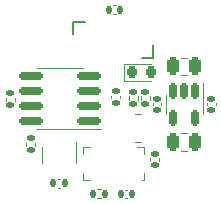
<source format=gto>
%TF.GenerationSoftware,KiCad,Pcbnew,(6.0.7)*%
%TF.CreationDate,2022-11-15T15:07:51+01:00*%
%TF.ProjectId,tofncan,746f666e-6361-46e2-9e6b-696361645f70,rev?*%
%TF.SameCoordinates,Original*%
%TF.FileFunction,Legend,Top*%
%TF.FilePolarity,Positive*%
%FSLAX46Y46*%
G04 Gerber Fmt 4.6, Leading zero omitted, Abs format (unit mm)*
G04 Created by KiCad (PCBNEW (6.0.7)) date 2022-11-15 15:07:51*
%MOMM*%
%LPD*%
G01*
G04 APERTURE LIST*
G04 Aperture macros list*
%AMRoundRect*
0 Rectangle with rounded corners*
0 $1 Rounding radius*
0 $2 $3 $4 $5 $6 $7 $8 $9 X,Y pos of 4 corners*
0 Add a 4 corners polygon primitive as box body*
4,1,4,$2,$3,$4,$5,$6,$7,$8,$9,$2,$3,0*
0 Add four circle primitives for the rounded corners*
1,1,$1+$1,$2,$3*
1,1,$1+$1,$4,$5*
1,1,$1+$1,$6,$7*
1,1,$1+$1,$8,$9*
0 Add four rect primitives between the rounded corners*
20,1,$1+$1,$2,$3,$4,$5,0*
20,1,$1+$1,$4,$5,$6,$7,0*
20,1,$1+$1,$6,$7,$8,$9,0*
20,1,$1+$1,$8,$9,$2,$3,0*%
%AMFreePoly0*
4,1,6,0.500000,-0.850000,-0.500000,-0.850000,-0.500000,0.550000,-0.200000,0.850000,0.500000,0.850000,0.500000,-0.850000,0.500000,-0.850000,$1*%
G04 Aperture macros list end*
%ADD10C,0.120000*%
%ADD11C,0.150000*%
%ADD12RoundRect,0.135000X0.185000X-0.135000X0.185000X0.135000X-0.185000X0.135000X-0.185000X-0.135000X0*%
%ADD13RoundRect,0.150000X0.825000X0.150000X-0.825000X0.150000X-0.825000X-0.150000X0.825000X-0.150000X0*%
%ADD14RoundRect,0.140000X-0.170000X0.140000X-0.170000X-0.140000X0.170000X-0.140000X0.170000X0.140000X0*%
%ADD15RoundRect,0.150000X-0.150000X0.512500X-0.150000X-0.512500X0.150000X-0.512500X0.150000X0.512500X0*%
%ADD16R,0.500000X0.500000*%
%ADD17RoundRect,0.140000X-0.140000X-0.170000X0.140000X-0.170000X0.140000X0.170000X-0.140000X0.170000X0*%
%ADD18RoundRect,0.140000X0.140000X0.170000X-0.140000X0.170000X-0.140000X-0.170000X0.140000X-0.170000X0*%
%ADD19R,0.250000X0.550000*%
%ADD20FreePoly0,270.000000*%
%ADD21RoundRect,0.250000X0.250000X0.475000X-0.250000X0.475000X-0.250000X-0.475000X0.250000X-0.475000X0*%
%ADD22RoundRect,0.140000X0.170000X-0.140000X0.170000X0.140000X-0.170000X0.140000X-0.170000X-0.140000X0*%
%ADD23RoundRect,0.218750X-0.218750X-0.256250X0.218750X-0.256250X0.218750X0.256250X-0.218750X0.256250X0*%
%ADD24R,0.700000X1.600000*%
%ADD25RoundRect,0.135000X-0.135000X-0.185000X0.135000X-0.185000X0.135000X0.185000X-0.135000X0.185000X0*%
%ADD26R,0.500000X0.400000*%
%ADD27R,0.500000X0.300000*%
G04 APERTURE END LIST*
D10*
X91680000Y-99753641D02*
X91680000Y-99446359D01*
X90920000Y-99753641D02*
X90920000Y-99446359D01*
X95500000Y-96940000D02*
X97450000Y-96940000D01*
X95500000Y-96940000D02*
X93550000Y-96940000D01*
X95500000Y-102060000D02*
X93550000Y-102060000D01*
X95500000Y-102060000D02*
X98950000Y-102060000D01*
X102080000Y-99653641D02*
X102080000Y-99346359D01*
X101320000Y-99653641D02*
X101320000Y-99346359D01*
X99840000Y-99292164D02*
X99840000Y-99507836D01*
X100560000Y-99292164D02*
X100560000Y-99507836D01*
X104440000Y-100000000D02*
X104440000Y-99200000D01*
X104440000Y-100000000D02*
X104440000Y-100800000D01*
X107560000Y-100000000D02*
X107560000Y-100800000D01*
X107560000Y-100000000D02*
X107560000Y-98200000D01*
X93380000Y-103553641D02*
X93380000Y-103246359D01*
X92620000Y-103553641D02*
X92620000Y-103246359D01*
X103340000Y-99892164D02*
X103340000Y-100107836D01*
X104060000Y-99892164D02*
X104060000Y-100107836D01*
X97400000Y-104200000D02*
X97400000Y-103600000D01*
X102600000Y-106400000D02*
X102400000Y-106400000D01*
X98000000Y-106400000D02*
X97400000Y-106400000D01*
X102600000Y-103600000D02*
X102600000Y-104200000D01*
X97400000Y-103600000D02*
X98000000Y-103600000D01*
X102600000Y-106400000D02*
X102600000Y-105800000D01*
X102000000Y-103600000D02*
X102600000Y-103600000D01*
X97400000Y-106400000D02*
X97400000Y-105800000D01*
X99992164Y-91640000D02*
X100207836Y-91640000D01*
X99992164Y-92360000D02*
X100207836Y-92360000D01*
X101207836Y-107240000D02*
X100992164Y-107240000D01*
X101207836Y-107960000D02*
X100992164Y-107960000D01*
X103140000Y-104592164D02*
X103140000Y-104807836D01*
X103860000Y-104592164D02*
X103860000Y-104807836D01*
X93990000Y-103650000D02*
X93990000Y-104950000D01*
X96810000Y-103210000D02*
X96810000Y-104950000D01*
X95507836Y-106340000D02*
X95292164Y-106340000D01*
X95507836Y-107060000D02*
X95292164Y-107060000D01*
X106261252Y-97535000D02*
X105738748Y-97535000D01*
X106261252Y-96065000D02*
X105738748Y-96065000D01*
X108660000Y-100107836D02*
X108660000Y-99892164D01*
X107940000Y-100107836D02*
X107940000Y-99892164D01*
X100915000Y-98035000D02*
X103200000Y-98035000D01*
X100915000Y-96565000D02*
X100915000Y-98035000D01*
X103200000Y-96565000D02*
X100915000Y-96565000D01*
X102320000Y-99653641D02*
X102320000Y-99346359D01*
X103080000Y-99653641D02*
X103080000Y-99346359D01*
D11*
X103400000Y-96050000D02*
X103400000Y-95000000D01*
X96600000Y-93050000D02*
X96600000Y-94050000D01*
X102400000Y-96050000D02*
X103400000Y-96050000D01*
X96600000Y-93050000D02*
X97600000Y-93050000D01*
D10*
X98646359Y-107980000D02*
X98953641Y-107980000D01*
X98646359Y-107220000D02*
X98953641Y-107220000D01*
X106261252Y-103935000D02*
X105738748Y-103935000D01*
X106261252Y-102465000D02*
X105738748Y-102465000D01*
X102350000Y-103180000D02*
X101850000Y-103180000D01*
X102350000Y-100820000D02*
X101850000Y-100820000D01*
%LPC*%
D12*
X91300000Y-100110000D03*
X91300000Y-99090000D03*
D13*
X97975000Y-101405000D03*
X97975000Y-100135000D03*
X97975000Y-98865000D03*
X97975000Y-97595000D03*
X93025000Y-97595000D03*
X93025000Y-98865000D03*
X93025000Y-100135000D03*
X93025000Y-101405000D03*
D12*
X101700000Y-100010000D03*
X101700000Y-98990000D03*
D14*
X100200000Y-98920000D03*
X100200000Y-99880000D03*
D15*
X106950000Y-98862500D03*
X106000000Y-98862500D03*
X105050000Y-98862500D03*
X105050000Y-101137500D03*
X106950000Y-101137500D03*
D12*
X93000000Y-103910000D03*
X93000000Y-102890000D03*
D14*
X103700000Y-99520000D03*
X103700000Y-100480000D03*
D16*
X101600000Y-105800000D03*
X100800000Y-105790000D03*
X100000000Y-105800000D03*
X99200000Y-105800000D03*
X98400000Y-105800000D03*
X98400000Y-105000000D03*
X98400000Y-104200000D03*
X99200000Y-104200000D03*
X100000000Y-104200000D03*
X100800000Y-104200000D03*
X101600000Y-104200000D03*
X101600000Y-105000000D03*
D17*
X99620000Y-92000000D03*
X100580000Y-92000000D03*
D18*
X101580000Y-107600000D03*
X100620000Y-107600000D03*
D14*
X103500000Y-104220000D03*
X103500000Y-105180000D03*
D19*
X96150000Y-103125000D03*
X95650000Y-103125000D03*
X95150000Y-103125000D03*
X94650000Y-103125000D03*
X94650000Y-105475000D03*
X95150000Y-105475000D03*
X95650000Y-105475000D03*
X96150000Y-105475000D03*
D20*
X95400000Y-104300000D03*
D18*
X95880000Y-106700000D03*
X94920000Y-106700000D03*
D21*
X106950000Y-96800000D03*
X105050000Y-96800000D03*
D22*
X108300000Y-100480000D03*
X108300000Y-99520000D03*
D23*
X101612500Y-97300000D03*
X103187500Y-97300000D03*
D12*
X102700000Y-100010000D03*
X102700000Y-98990000D03*
D24*
X101905000Y-93650000D03*
X100635000Y-93650000D03*
X99365000Y-93650000D03*
X98095000Y-93650000D03*
D25*
X98290000Y-107600000D03*
X99310000Y-107600000D03*
D21*
X106950000Y-103200000D03*
X105050000Y-103200000D03*
D26*
X101600000Y-101250000D03*
D27*
X101600000Y-101750000D03*
X101600000Y-102250000D03*
D26*
X101600000Y-102750000D03*
X102600000Y-102750000D03*
D27*
X102600000Y-102250000D03*
X102600000Y-101750000D03*
D26*
X102600000Y-101250000D03*
M02*

</source>
